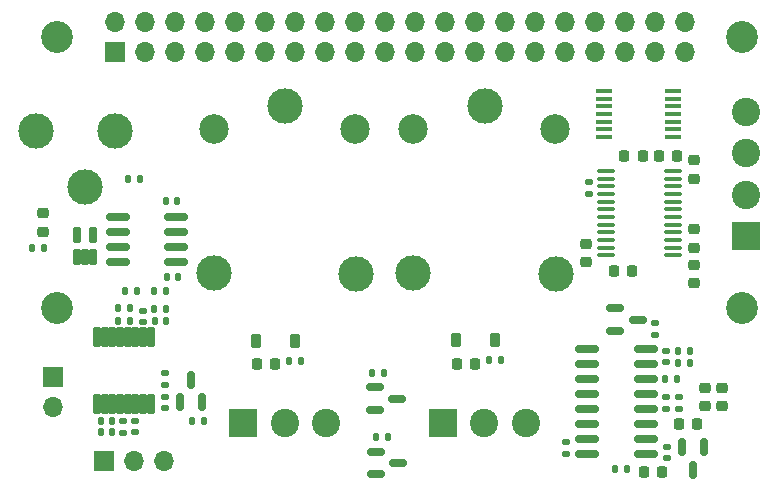
<source format=gbr>
%TF.GenerationSoftware,KiCad,Pcbnew,7.0.9*%
%TF.CreationDate,2023-12-14T12:52:06+02:00*%
%TF.ProjectId,Pi HAT,50692048-4154-42e6-9b69-6361645f7063,0.1.0*%
%TF.SameCoordinates,Original*%
%TF.FileFunction,Soldermask,Top*%
%TF.FilePolarity,Negative*%
%FSLAX46Y46*%
G04 Gerber Fmt 4.6, Leading zero omitted, Abs format (unit mm)*
G04 Created by KiCad (PCBNEW 7.0.9) date 2023-12-14 12:52:06*
%MOMM*%
%LPD*%
G01*
G04 APERTURE LIST*
G04 Aperture macros list*
%AMRoundRect*
0 Rectangle with rounded corners*
0 $1 Rounding radius*
0 $2 $3 $4 $5 $6 $7 $8 $9 X,Y pos of 4 corners*
0 Add a 4 corners polygon primitive as box body*
4,1,4,$2,$3,$4,$5,$6,$7,$8,$9,$2,$3,0*
0 Add four circle primitives for the rounded corners*
1,1,$1+$1,$2,$3*
1,1,$1+$1,$4,$5*
1,1,$1+$1,$6,$7*
1,1,$1+$1,$8,$9*
0 Add four rect primitives between the rounded corners*
20,1,$1+$1,$2,$3,$4,$5,0*
20,1,$1+$1,$4,$5,$6,$7,0*
20,1,$1+$1,$6,$7,$8,$9,0*
20,1,$1+$1,$8,$9,$2,$3,0*%
G04 Aperture macros list end*
%ADD10C,2.700000*%
%ADD11R,2.400000X2.400000*%
%ADD12C,2.400000*%
%ADD13RoundRect,0.218750X-0.218750X-0.256250X0.218750X-0.256250X0.218750X0.256250X-0.218750X0.256250X0*%
%ADD14R,1.700000X1.700000*%
%ADD15O,1.700000X1.700000*%
%ADD16RoundRect,0.135000X-0.185000X0.135000X-0.185000X-0.135000X0.185000X-0.135000X0.185000X0.135000X0*%
%ADD17RoundRect,0.225000X-0.250000X0.225000X-0.250000X-0.225000X0.250000X-0.225000X0.250000X0.225000X0*%
%ADD18RoundRect,0.225000X0.250000X-0.225000X0.250000X0.225000X-0.250000X0.225000X-0.250000X-0.225000X0*%
%ADD19RoundRect,0.100000X-0.637500X-0.100000X0.637500X-0.100000X0.637500X0.100000X-0.637500X0.100000X0*%
%ADD20RoundRect,0.135000X0.185000X-0.135000X0.185000X0.135000X-0.185000X0.135000X-0.185000X-0.135000X0*%
%ADD21RoundRect,0.225000X-0.225000X-0.250000X0.225000X-0.250000X0.225000X0.250000X-0.225000X0.250000X0*%
%ADD22RoundRect,0.122500X0.184500X-0.764500X0.184500X0.764500X-0.184500X0.764500X-0.184500X-0.764500X0*%
%ADD23RoundRect,0.140000X-0.170000X0.140000X-0.170000X-0.140000X0.170000X-0.140000X0.170000X0.140000X0*%
%ADD24C,3.000000*%
%ADD25C,2.500000*%
%ADD26RoundRect,0.135000X0.135000X0.185000X-0.135000X0.185000X-0.135000X-0.185000X0.135000X-0.185000X0*%
%ADD27RoundRect,0.150000X-0.150000X0.587500X-0.150000X-0.587500X0.150000X-0.587500X0.150000X0.587500X0*%
%ADD28RoundRect,0.225000X0.225000X0.375000X-0.225000X0.375000X-0.225000X-0.375000X0.225000X-0.375000X0*%
%ADD29RoundRect,0.135000X-0.135000X-0.185000X0.135000X-0.185000X0.135000X0.185000X-0.135000X0.185000X0*%
%ADD30RoundRect,0.150000X-0.825000X-0.150000X0.825000X-0.150000X0.825000X0.150000X-0.825000X0.150000X0*%
%ADD31RoundRect,0.150000X-0.587500X-0.150000X0.587500X-0.150000X0.587500X0.150000X-0.587500X0.150000X0*%
%ADD32RoundRect,0.218750X0.256250X-0.218750X0.256250X0.218750X-0.256250X0.218750X-0.256250X-0.218750X0*%
%ADD33RoundRect,0.150000X0.850000X0.150000X-0.850000X0.150000X-0.850000X-0.150000X0.850000X-0.150000X0*%
%ADD34RoundRect,0.140000X-0.140000X-0.170000X0.140000X-0.170000X0.140000X0.170000X-0.140000X0.170000X0*%
%ADD35RoundRect,0.150000X0.150000X-0.587500X0.150000X0.587500X-0.150000X0.587500X-0.150000X-0.587500X0*%
%ADD36RoundRect,0.140000X0.170000X-0.140000X0.170000X0.140000X-0.170000X0.140000X-0.170000X-0.140000X0*%
%ADD37RoundRect,0.218750X0.218750X0.256250X-0.218750X0.256250X-0.218750X-0.256250X0.218750X-0.256250X0*%
%ADD38RoundRect,0.140000X0.140000X0.170000X-0.140000X0.170000X-0.140000X-0.170000X0.140000X-0.170000X0*%
%ADD39R,1.473200X0.355600*%
%ADD40RoundRect,0.225000X0.225000X0.250000X-0.225000X0.250000X-0.225000X-0.250000X0.225000X-0.250000X0*%
%ADD41RoundRect,0.122000X0.180000X-0.575000X0.180000X0.575000X-0.180000X0.575000X-0.180000X-0.575000X0*%
G04 APERTURE END LIST*
D10*
%TO.C,H1*%
X121032000Y-94568000D03*
%TD*%
%TO.C,H2*%
X179032000Y-94568000D03*
%TD*%
%TO.C,H3*%
X179032000Y-117568000D03*
%TD*%
%TO.C,H4*%
X121032000Y-117568000D03*
%TD*%
D11*
%TO.C,J1*%
X179324000Y-111450000D03*
D12*
X179324000Y-107950000D03*
X179324000Y-104450000D03*
X179324000Y-100950000D03*
%TD*%
D13*
%TO.C,D4*%
X154842500Y-122242000D03*
X156417500Y-122242000D03*
%TD*%
D14*
%TO.C,J9*%
X124985000Y-130460000D03*
D15*
X127525000Y-130460000D03*
X130065000Y-130460000D03*
%TD*%
D16*
%TO.C,R2*%
X166050000Y-106880000D03*
X166050000Y-107900000D03*
%TD*%
D17*
%TO.C,C17*%
X174950000Y-105050000D03*
X174950000Y-106600000D03*
%TD*%
D18*
%TO.C,C2*%
X174950000Y-115425000D03*
X174950000Y-113875000D03*
%TD*%
D19*
%TO.C,IC1*%
X167487500Y-105939000D03*
X167487500Y-106589000D03*
X167487500Y-107239000D03*
X167487500Y-107889000D03*
X167487500Y-108539000D03*
X167487500Y-109189000D03*
X167487500Y-109839000D03*
X167487500Y-110489000D03*
X167487500Y-111139000D03*
X167487500Y-111789000D03*
X167487500Y-112439000D03*
X167487500Y-113089000D03*
X173212500Y-113089000D03*
X173212500Y-112439000D03*
X173212500Y-111789000D03*
X173212500Y-111139000D03*
X173212500Y-110489000D03*
X173212500Y-109839000D03*
X173212500Y-109189000D03*
X173212500Y-108539000D03*
X173212500Y-107889000D03*
X173212500Y-107239000D03*
X173212500Y-106589000D03*
X173212500Y-105939000D03*
%TD*%
D20*
%TO.C,R1*%
X171675000Y-119800000D03*
X171675000Y-118780000D03*
%TD*%
D21*
%TO.C,C15*%
X168175000Y-114400000D03*
X169725000Y-114400000D03*
%TD*%
D22*
%TO.C,U5*%
X124404800Y-125706400D03*
X125054800Y-125706400D03*
X125704800Y-125706400D03*
X126354800Y-125706400D03*
X127004800Y-125706400D03*
X127654800Y-125706400D03*
X128304800Y-125706400D03*
X128954800Y-125706400D03*
X128954800Y-119966400D03*
X128304800Y-119966400D03*
X127654800Y-119966400D03*
X127004800Y-119966400D03*
X126354800Y-119966400D03*
X125704800Y-119966400D03*
X125054800Y-119966400D03*
X124404800Y-119966400D03*
%TD*%
D23*
%TO.C,C20*%
X172600000Y-121165000D03*
X172600000Y-122125000D03*
%TD*%
D24*
%TO.C,K1*%
X140332000Y-100424605D03*
D25*
X134282000Y-102374605D03*
D24*
X134282000Y-114574605D03*
X146332000Y-114624605D03*
D25*
X146282000Y-102374605D03*
%TD*%
D21*
%TO.C,C3*%
X169050000Y-104650000D03*
X170600000Y-104650000D03*
%TD*%
D26*
%TO.C,R9*%
X119880000Y-112480000D03*
X118860000Y-112480000D03*
%TD*%
D27*
%TO.C,Q4*%
X175800000Y-129350000D03*
X173900000Y-129350000D03*
X174850000Y-131225000D03*
%TD*%
D28*
%TO.C,D1*%
X158110000Y-120210000D03*
X154810000Y-120210000D03*
%TD*%
%TO.C,D2*%
X141189000Y-120308000D03*
X137889000Y-120308000D03*
%TD*%
D23*
%TO.C,C7*%
X127635000Y-127078800D03*
X127635000Y-128038800D03*
%TD*%
D16*
%TO.C,R11*%
X130175000Y-123061000D03*
X130175000Y-124081000D03*
%TD*%
D29*
%TO.C,R14*%
X126185200Y-117551200D03*
X127205200Y-117551200D03*
%TD*%
D30*
%TO.C,U4*%
X126176000Y-109804200D03*
X126176000Y-111074200D03*
X126176000Y-112344200D03*
X126176000Y-113614200D03*
X131126000Y-113614200D03*
X131126000Y-112344200D03*
X131126000Y-111074200D03*
X131126000Y-109804200D03*
%TD*%
D31*
%TO.C,Q3*%
X148035800Y-129707600D03*
X148035800Y-131607600D03*
X149910800Y-130657600D03*
%TD*%
D29*
%TO.C,R5*%
X127010000Y-106650000D03*
X128030000Y-106650000D03*
%TD*%
D32*
%TO.C,D3*%
X119800000Y-111067500D03*
X119800000Y-109492500D03*
%TD*%
D24*
%TO.C,K2*%
X157232000Y-100457000D03*
D25*
X151182000Y-102407000D03*
D24*
X151182000Y-114607000D03*
X163232000Y-114657000D03*
D25*
X163182000Y-102407000D03*
%TD*%
D33*
%TO.C,U6*%
X170875000Y-129910000D03*
X170875000Y-128640000D03*
X170875000Y-127370000D03*
X170875000Y-126100000D03*
X170875000Y-124830000D03*
X170875000Y-123560000D03*
X170875000Y-122290000D03*
X170875000Y-121020000D03*
X165875000Y-121020000D03*
X165875000Y-122290000D03*
X165875000Y-123560000D03*
X165875000Y-124830000D03*
X165875000Y-126100000D03*
X165875000Y-127370000D03*
X165875000Y-128640000D03*
X165875000Y-129910000D03*
%TD*%
D14*
%TO.C,J11*%
X120700000Y-123375000D03*
D15*
X120700000Y-125915000D03*
%TD*%
D29*
%TO.C,R22*%
X168290000Y-131200000D03*
X169310000Y-131200000D03*
%TD*%
D34*
%TO.C,C9*%
X129285400Y-118609800D03*
X130245400Y-118609800D03*
%TD*%
%TO.C,C10*%
X130320000Y-114900000D03*
X131280000Y-114900000D03*
%TD*%
%TO.C,C13*%
X126215200Y-118618000D03*
X127175200Y-118618000D03*
%TD*%
D29*
%TO.C,R3*%
X147700000Y-123037600D03*
X148720000Y-123037600D03*
%TD*%
D11*
%TO.C,J5*%
X153700000Y-127275000D03*
D12*
X157200000Y-127275000D03*
X160700000Y-127275000D03*
%TD*%
D26*
%TO.C,R8*%
X133504400Y-127101600D03*
X132484400Y-127101600D03*
%TD*%
D29*
%TO.C,R6*%
X126790000Y-116100000D03*
X127810000Y-116100000D03*
%TD*%
D20*
%TO.C,R18*%
X173700000Y-126110000D03*
X173700000Y-125090000D03*
%TD*%
D11*
%TO.C,J6*%
X136800000Y-127315000D03*
D12*
X140300000Y-127315000D03*
X143800000Y-127315000D03*
%TD*%
D35*
%TO.C,U2*%
X131434800Y-125499100D03*
X133334800Y-125499100D03*
X132384800Y-123624100D03*
%TD*%
D29*
%TO.C,R7*%
X129190000Y-116100000D03*
X130210000Y-116100000D03*
%TD*%
D16*
%TO.C,R19*%
X172605000Y-125075000D03*
X172605000Y-126095000D03*
%TD*%
D21*
%TO.C,C22*%
X170730000Y-131450000D03*
X172280000Y-131450000D03*
%TD*%
D36*
%TO.C,C21*%
X164105000Y-129865000D03*
X164105000Y-128905000D03*
%TD*%
%TO.C,C4*%
X128270000Y-118717000D03*
X128270000Y-117757000D03*
%TD*%
D37*
%TO.C,L1*%
X175237500Y-127375000D03*
X173662500Y-127375000D03*
%TD*%
D29*
%TO.C,R17*%
X140680000Y-122040000D03*
X141700000Y-122040000D03*
%TD*%
%TO.C,R15*%
X129230000Y-117620000D03*
X130250000Y-117620000D03*
%TD*%
D26*
%TO.C,R21*%
X174585000Y-122200000D03*
X173565000Y-122200000D03*
%TD*%
D13*
%TO.C,D5*%
X137908500Y-122262000D03*
X139483500Y-122262000D03*
%TD*%
D18*
%TO.C,C23*%
X175850000Y-125850000D03*
X175850000Y-124300000D03*
%TD*%
D38*
%TO.C,C6*%
X131180000Y-108508800D03*
X130220000Y-108508800D03*
%TD*%
D34*
%TO.C,C11*%
X124742000Y-127101600D03*
X125702000Y-127101600D03*
%TD*%
D18*
%TO.C,C14*%
X165800000Y-113652600D03*
X165800000Y-112102600D03*
%TD*%
D31*
%TO.C,Q2*%
X147936200Y-124272000D03*
X147936200Y-126172000D03*
X149811200Y-125222000D03*
%TD*%
D24*
%TO.C,J4*%
X125911000Y-102558000D03*
X119261000Y-102558000D03*
X123361000Y-107258000D03*
%TD*%
D31*
%TO.C,Q1*%
X168300000Y-117570000D03*
X168300000Y-119470000D03*
X170175000Y-118520000D03*
%TD*%
D39*
%TO.C,U1*%
X167358000Y-99144200D03*
X167358000Y-99804600D03*
X167358000Y-100439600D03*
X167358000Y-101100000D03*
X167358000Y-101760400D03*
X167358000Y-102395400D03*
X167358000Y-103055800D03*
X173200000Y-103055800D03*
X173200000Y-102395400D03*
X173200000Y-101760400D03*
X173200000Y-101100000D03*
X173200000Y-100439600D03*
X173200000Y-99804600D03*
X173200000Y-99144200D03*
%TD*%
D40*
%TO.C,C16*%
X173525000Y-104650000D03*
X171975000Y-104650000D03*
%TD*%
D23*
%TO.C,C24*%
X172625000Y-129320000D03*
X172625000Y-130280000D03*
%TD*%
D41*
%TO.C,U3*%
X122750000Y-113260000D03*
X123400000Y-113260000D03*
X124050000Y-113260000D03*
X124050000Y-111340000D03*
X122750000Y-111340000D03*
%TD*%
D17*
%TO.C,C1*%
X174950000Y-110875000D03*
X174950000Y-112425000D03*
%TD*%
D29*
%TO.C,R16*%
X157601000Y-121942000D03*
X158621000Y-121942000D03*
%TD*%
D20*
%TO.C,R10*%
X126619000Y-128145000D03*
X126619000Y-127125000D03*
%TD*%
D18*
%TO.C,C18*%
X177300000Y-125850000D03*
X177300000Y-124300000D03*
%TD*%
D29*
%TO.C,R4*%
X148056900Y-128473200D03*
X149076900Y-128473200D03*
%TD*%
D34*
%TO.C,C12*%
X124740000Y-128080000D03*
X125700000Y-128080000D03*
%TD*%
D26*
%TO.C,R20*%
X174585000Y-121200000D03*
X173565000Y-121200000D03*
%TD*%
D36*
%TO.C,C5*%
X130200400Y-126006800D03*
X130200400Y-125046800D03*
%TD*%
D34*
%TO.C,C19*%
X172525000Y-123535000D03*
X173485000Y-123535000D03*
%TD*%
D14*
%TO.C,J7*%
X125902000Y-95838000D03*
D15*
X125902000Y-93298000D03*
X128442000Y-95838000D03*
X128442000Y-93298000D03*
X130982000Y-95838000D03*
X130982000Y-93298000D03*
X133522000Y-95838000D03*
X133522000Y-93298000D03*
X136062000Y-95838000D03*
X136062000Y-93298000D03*
X138602000Y-95838000D03*
X138602000Y-93298000D03*
X141142000Y-95838000D03*
X141142000Y-93298000D03*
X143682000Y-95838000D03*
X143682000Y-93298000D03*
X146222000Y-95838000D03*
X146222000Y-93298000D03*
X148762000Y-95838000D03*
X148762000Y-93298000D03*
X151302000Y-95838000D03*
X151302000Y-93298000D03*
X153842000Y-95838000D03*
X153842000Y-93298000D03*
X156382000Y-95838000D03*
X156382000Y-93298000D03*
X158922000Y-95838000D03*
X158922000Y-93298000D03*
X161462000Y-95838000D03*
X161462000Y-93298000D03*
X164002000Y-95838000D03*
X164002000Y-93298000D03*
X166542000Y-95838000D03*
X166542000Y-93298000D03*
X169082000Y-95838000D03*
X169082000Y-93298000D03*
X171622000Y-95838000D03*
X171622000Y-93298000D03*
X174162000Y-95838000D03*
X174162000Y-93298000D03*
%TD*%
M02*

</source>
